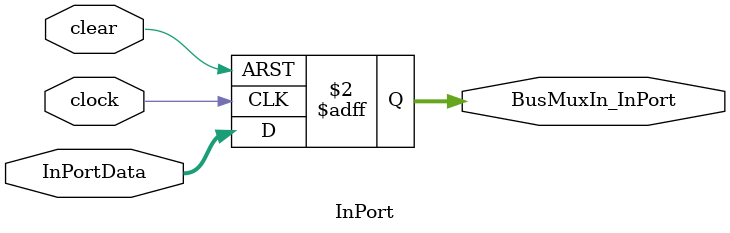
<source format=v>
module InPort (
    input wire clock,
    input wire clear,
    input wire [31:0] InPortData,  // Data coming from an external source
    output reg [31:0] BusMuxIn_InPort  // Data sent to the Bus
);

    always @(posedge clock or posedge clear) begin
        if (clear)
            BusMuxIn_InPort <= 32'b0;
        else
            BusMuxIn_InPort <= InPortData;
    end

endmodule
</source>
